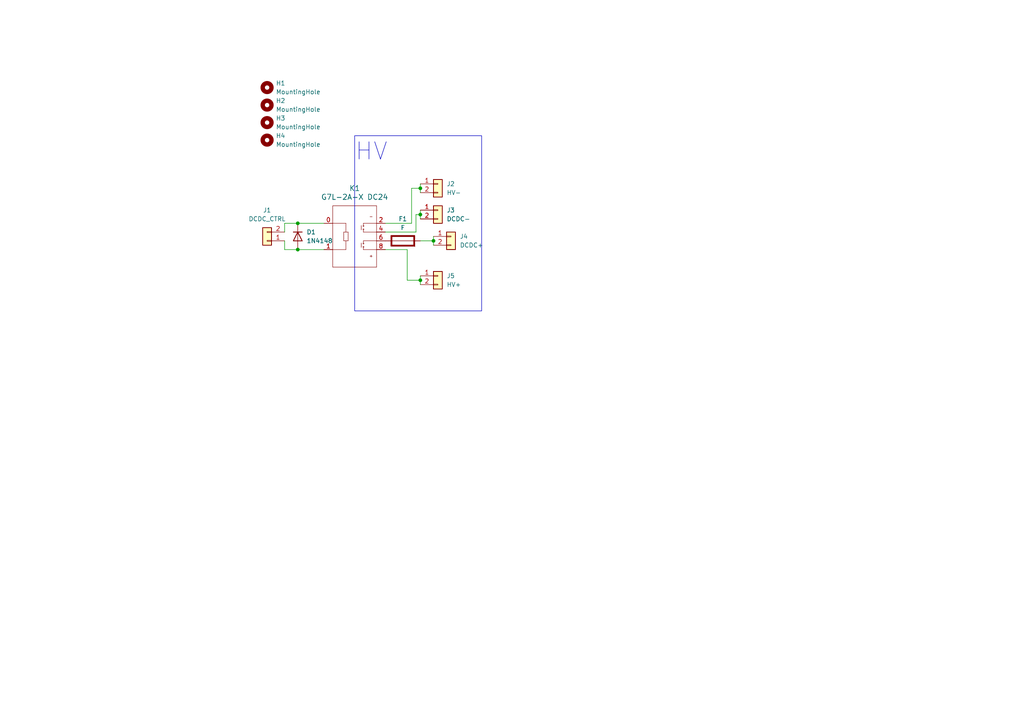
<source format=kicad_sch>
(kicad_sch (version 20230121) (generator eeschema)
  (paper "A4")
  (lib_symbols
    (symbol "Connector_Generic:Conn_01x02" (pin_names (offset 1.016) hide)
      (property "Reference" "J" (at 0 2.54 0))
      (property "Value" "Conn_01x02" (at 0 -5.08 0))
      (symbol "Conn_01x02_1_1"
        (rectangle (start -1.27 -2.413) (end 0 -2.667) (stroke (width 0.1524)))
        (rectangle (start -1.27 0.127) (end 0 -0.127) (stroke (width 0.1524)))
        (rectangle (start -1.27 1.27) (end 1.27 -3.81) (stroke (width 0.254)) (fill (type background)))
        (pin passive line (at -5.08 0 0) (length 3.81) (name "Pin_1") (number "1"))
        (pin passive line (at -5.08 -2.54 0) (length 3.81) (name "Pin_2") (number "2"))
      )
    )
    (symbol "Diode:1N4148" (pin_numbers hide) (pin_names hide)
      (property "Reference" "D" (at 0 2.54 0))
      (property "Value" "1N4148" (at 0 -2.54 0))
      (symbol "1N4148_0_1"
        (polyline (pts (xy -1.27 1.27) (xy -1.27 -1.27)) (stroke (width 0.254)))
        (polyline (pts (xy 1.27 0) (xy -1.27 0)))
        (polyline (pts (xy 1.27 1.27) (xy 1.27 -1.27) (xy -1.27 0) (xy 1.27 1.27)) (stroke (width 0.254)))
      )
      (symbol "1N4148_1_1"
        (pin passive line (at -3.81 0 0) (length 2.54) (name "K") (number "1"))
        (pin passive line (at 3.81 0 180) (length 2.54) (name "A") (number "2"))
      )
    )
    (symbol "Mechanical:MountingHole" (pin_names (offset 1.016))
      (property "Reference" "H" (at 0 5.08 0))
      (property "Value" "MountingHole" (at 0 3.175 0))
      (symbol "MountingHole_0_1"
        (circle (center 0 0) (radius 1.27) (stroke (width 1.27)))
      )
    )
    (symbol "PCM_Elektuur:F" (pin_numbers hide) (pin_names (offset 0) hide)
      (property "Reference" "F" (at 2.54 3.175 0))
      (property "Value" "F" (at 2.54 -3.175 0))
      (symbol "F_1_0"
        (polyline (pts (xy 0 3.429) (xy 0 -3.429)))
        (pin passive line (at 0 5.08 270) (length 1.651) (name "+") (number "1"))
        (pin passive line (at 0 -5.08 90) (length 1.651) (name "-") (number "2"))
      )
      (symbol "F_1_1"
        (polyline (pts (xy -1.524 -3.429) (xy 1.524 -3.429) (xy 1.524 3.429) (xy -1.524 3.429) (xy -1.524 -3.429) (xy -1.27 -3.175) (xy -1.27 3.175) (xy 1.27 3.175) (xy 1.27 -3.175) (xy -1.27 -3.175) (xy -1.524 -3.429)) (stroke (width 0.254)) (fill (type outline)))
      )
      (symbol "F_1_2"
        (polyline (pts (xy -1.524 -3.429) (xy 1.524 -3.429) (xy 1.524 3.429) (xy -1.524 3.429) (xy -1.524 -3.429) (xy -1.27 -3.175) (xy -1.27 2.667) (xy 1.27 2.667) (xy 1.27 -3.175) (xy -1.27 -3.175) (xy -1.524 -3.429)) (stroke (width 0.254)) (fill (type outline)))
      )
    )
    (symbol "Personal:G7L-2A-X_DC24" (pin_names (offset 0.254))
      (property "Reference" "K" (at 0 12.7 0))
      (property "Value" "G7L-2A-X DC24" (at 1.27 10.16 0))
      (symbol "G7L-2A-X_DC24_0_1"
        (polyline (pts (xy -6.35 -8.89) (xy 6.35 -8.89)) (stroke (width 0.127)))
        (polyline (pts (xy -6.35 -3.81) (xy -2.54 -3.81)) (stroke (width 0.127)))
        (polyline (pts (xy -6.35 3.81) (xy -2.54 3.81)) (stroke (width 0.127)))
        (polyline (pts (xy -6.35 8.89) (xy -6.35 -8.89)) (stroke (width 0.127)))
        (polyline (pts (xy -3.175 -1.27) (xy -3.175 1.27)) (stroke (width 0.127)))
        (polyline (pts (xy -3.175 1.27) (xy -1.905 1.27)) (stroke (width 0.127)))
        (polyline (pts (xy -2.54 -3.81) (xy -2.54 -1.27)) (stroke (width 0.127)))
        (polyline (pts (xy -2.54 1.27) (xy -2.54 3.81)) (stroke (width 0.127)))
        (polyline (pts (xy -1.905 -1.27) (xy -3.175 -1.27)) (stroke (width 0.127)))
        (polyline (pts (xy -1.905 -1.27) (xy -1.905 1.27)) (stroke (width 0.127)))
        (polyline (pts (xy 1.905 -1.905) (xy 1.905 -3.175)) (stroke (width 0.127)))
        (polyline (pts (xy 1.905 3.175) (xy 1.905 1.905)) (stroke (width 0.127)))
        (polyline (pts (xy 2.54 -3.81) (xy 2.54 -3.175)) (stroke (width 0.127)))
        (polyline (pts (xy 2.54 -1.905) (xy 2.54 -1.27)) (stroke (width 0.127)))
        (polyline (pts (xy 2.54 1.27) (xy 2.54 1.905)) (stroke (width 0.127)))
        (polyline (pts (xy 2.54 1.27) (xy 6.35 1.27)) (stroke (width 0.127)))
        (polyline (pts (xy 2.54 3.175) (xy 2.54 3.81)) (stroke (width 0.127)))
        (polyline (pts (xy 4.445 -5.715) (xy 5.08 -5.715)) (stroke (width 0.127)))
        (polyline (pts (xy 4.445 5.715) (xy 5.08 5.715)) (stroke (width 0.127)))
        (polyline (pts (xy 4.7625 -5.3975) (xy 4.7625 -6.0325)) (stroke (width 0.127)))
        (polyline (pts (xy 6.35 -8.89) (xy 6.35 8.89)) (stroke (width 0.127)))
        (polyline (pts (xy 6.35 -3.81) (xy 2.54 -3.81)) (stroke (width 0.127)))
        (polyline (pts (xy 6.35 -1.27) (xy 2.54 -1.27)) (stroke (width 0.127)))
        (polyline (pts (xy 6.35 3.81) (xy 2.54 3.81)) (stroke (width 0.127)))
        (polyline (pts (xy 6.35 8.89) (xy -6.35 8.89)) (stroke (width 0.127)))
        (circle (center 2.54 -3.0163) (radius 0.1524) (stroke (width 0.127)))
        (circle (center 2.54 -2.0638) (radius 0.1524) (stroke (width 0.127)))
        (circle (center 2.54 2.0637) (radius 0.1524) (stroke (width 0.127)))
        (circle (center 2.54 3.0162) (radius 0.1524) (stroke (width 0.127)))
      )
      (symbol "G7L-2A-X_DC24_1_1"
        (pin input line (at -8.89 3.81 0) (length 2.54) (name "") (number "0"))
        (pin input line (at -8.89 -3.81 0) (length 2.54) (name "") (number "1"))
        (pin input line (at 8.89 3.81 180) (length 2.54) (name "") (number "2"))
        (pin input line (at 8.89 1.27 180) (length 2.54) (name "") (number "4"))
        (pin input line (at 8.89 -1.27 180) (length 2.54) (name "") (number "6"))
        (pin input line (at 8.89 -3.81 180) (length 2.54) (name "") (number "8"))
      )
    )
  )
  (junction (at 121.92 54.61))
  (junction (at 86.36 64.77))
  (junction (at 125.73 69.85))
  (junction (at 121.92 62.23))
  (junction (at 121.92 81.28))
  (junction (at 86.36 72.39))
  (wire (pts (xy 121.92 62.23) (xy 121.92 63.5)))
  (wire (pts (xy 119.38 54.61) (xy 119.38 64.77)))
  (wire (pts (xy 118.11 72.39) (xy 111.76 72.39)))
  (wire (pts (xy 121.92 60.96) (xy 121.92 62.23)))
  (wire (pts (xy 121.92 80.01) (xy 121.92 81.28)))
  (wire (pts (xy 121.92 54.61) (xy 119.38 54.61)))
  (wire (pts (xy 121.92 62.23) (xy 120.65 62.23)))
  (wire (pts (xy 120.65 62.23) (xy 120.65 67.31)))
  (wire (pts (xy 82.55 69.85) (xy 82.55 72.39)))
  (wire (pts (xy 86.36 64.77) (xy 93.98 64.77)))
  (wire (pts (xy 121.92 69.85) (xy 125.73 69.85)))
  (wire (pts (xy 120.65 67.31) (xy 111.76 67.31)))
  (wire (pts (xy 119.38 64.77) (xy 111.76 64.77)))
  (wire (pts (xy 86.36 64.77) (xy 82.55 64.77)))
  (wire (pts (xy 86.36 72.39) (xy 93.98 72.39)))
  (wire (pts (xy 121.92 81.28) (xy 121.92 82.55)))
  (wire (pts (xy 121.92 53.34) (xy 121.92 54.61)))
  (wire (pts (xy 121.92 81.28) (xy 118.11 81.28)))
  (wire (pts (xy 118.11 81.28) (xy 118.11 72.39)))
  (wire (pts (xy 125.73 68.58) (xy 125.73 69.85)))
  (wire (pts (xy 82.55 64.77) (xy 82.55 67.31)))
  (wire (pts (xy 125.73 69.85) (xy 125.73 71.12)))
  (wire (pts (xy 82.55 72.39) (xy 86.36 72.39)))
  (wire (pts (xy 121.92 54.61) (xy 121.92 55.88)))
  (rectangle (start 102.87 39.37) (end 139.7 90.17))
  (text "HV" (at 102.87 46.99 0) (effects (font (size 5 5)) (justify left bottom)))
  (symbol (lib_id "Connector_Generic:Conn_01x02") (at 77.47 69.85 180) (unit 1)
    (property "Reference" "J1" (at 77.47 60.96 0))
    (property "Value" "DCDC_CTRL" (at 77.47 63.5 0))
    (property "Footprint" "Connector_JST:JST_XH_B2B-XH-A_1x02_P2.50mm_Vertical" (effects hide))
  )
  (symbol (lib_id "Mechanical:MountingHole") (at 77.47 40.64 0) (unit 1)
    (property "Reference" "H4" (at 80.01 39.37 0) (effects (justify left)))
    (property "Value" "MountingHole" (at 80.01 41.91 0) (effects (justify left)))
    (property "Footprint" "MountingHole:MountingHole_4.3mm_M4_DIN965" (effects hide))
  )
  (symbol (lib_id "Mechanical:MountingHole") (at 77.47 30.48 0) (unit 1)
    (property "Reference" "H2" (at 80.01 29.21 0) (effects (justify left)))
    (property "Value" "MountingHole" (at 80.01 31.75 0) (effects (justify left)))
    (property "Footprint" "MountingHole:MountingHole_4.3mm_M4_DIN965" (effects hide))
  )
  (symbol (lib_id "Mechanical:MountingHole") (at 77.47 25.4 0) (unit 1)
    (property "Reference" "H1" (at 80.01 24.13 0) (effects (justify left)))
    (property "Value" "MountingHole" (at 80.01 26.67 0) (effects (justify left)))
    (property "Footprint" "MountingHole:MountingHole_4.3mm_M4_DIN965" (effects hide))
  )
  (symbol (lib_id "Connector_Generic:Conn_01x02") (at 127 60.96 0) (unit 1)
    (property "Reference" "J3" (at 129.54 60.96 0) (effects (justify left)))
    (property "Value" "DCDC-" (at 129.54 63.5 0) (effects (justify left)))
    (property "Footprint" "SamacSys_Parts:DF33C2P33DSA24" (effects hide))
  )
  (symbol (lib_id "Mechanical:MountingHole") (at 77.47 35.56 0) (unit 1)
    (property "Reference" "H3" (at 80.01 34.29 0) (effects (justify left)))
    (property "Value" "MountingHole" (at 80.01 36.83 0) (effects (justify left)))
    (property "Footprint" "MountingHole:MountingHole_4.3mm_M4_DIN965" (effects hide))
  )
  (symbol (lib_id "Personal:G7L-2A-X_DC24") (at 102.87 68.58 0) (unit 1)
    (property "Reference" "K1" (at 102.87 54.61 0) (effects (font (size 1.524 1.524))))
    (property "Value" "G7L-2A-X DC24" (at 102.87 57.15 0) (effects (font (size 1.524 1.524))))
    (property "Footprint" "Personal:RELAY_G7L-2A-X_OMR" (effects hide))
    (property "Datasheet" "G7L-2A-X DC24" (effects hide))
  )
  (symbol (lib_id "Connector_Generic:Conn_01x02") (at 127 53.34 0) (unit 1)
    (property "Reference" "J2" (at 129.54 53.34 0) (effects (justify left)))
    (property "Value" "HV-" (at 129.54 55.88 0) (effects (justify left)))
    (property "Footprint" "SamacSys_Parts:DF33C2P33DSA24" (effects hide))
  )
  (symbol (lib_id "Connector_Generic:Conn_01x02") (at 130.81 68.58 0) (unit 1)
    (property "Reference" "J4" (at 133.35 68.58 0) (effects (justify left)))
    (property "Value" "DCDC+" (at 133.35 71.12 0) (effects (justify left)))
    (property "Footprint" "SamacSys_Parts:DF33C2P33DSA24" (effects hide))
  )
  (symbol (lib_id "Connector_Generic:Conn_01x02") (at 127 80.01 0) (unit 1)
    (property "Reference" "J5" (at 129.54 80.01 0) (effects (justify left)))
    (property "Value" "HV+" (at 129.54 82.55 0) (effects (justify left)))
    (property "Footprint" "SamacSys_Parts:DF33C2P33DSA24" (effects hide))
  )
  (symbol (lib_id "Diode:1N4148") (at 86.36 68.58 270) (unit 1)
    (property "Reference" "D1" (at 88.9 67.31 90) (effects (justify left)))
    (property "Value" "1N4148" (at 88.9 69.85 90) (effects (justify left)))
    (property "Footprint" "Diode_THT:D_DO-35_SOD27_P7.62mm_Horizontal" (effects hide))
    (property "Datasheet" "https://assets.nexperia.com/documents/data-sheet/1N4148_1N4448.pdf" (effects hide))
    (property "Sim.Device" "D" (effects hide))
    (property "Sim.Pins" "1=K 2=A" (effects hide))
  )
  (symbol (lib_id "PCM_Elektuur:F") (at 116.84 69.85 90) (unit 1)
    (property "Reference" "F1" (at 116.84 63.5 90))
    (property "Value" "F" (at 116.84 66.04 90))
    (property "Footprint" "SamacSys_Parts:65600001009" (effects hide))
    (property "Sim.Pins" "1=1 2=2" (effects hide))
    (property "Sim.Device" "SPICE" (effects hide))
    (property "Sim.Params" "X" (effects hide))
    (property "Indicator" "●" (effects hide))
    (property "Rating" "W" (effects hide))
  )
)
</source>
